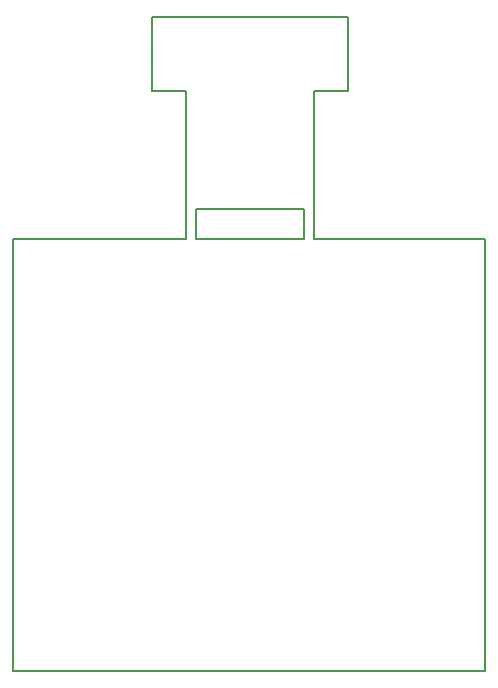
<source format=gbr>
%TF.GenerationSoftware,KiCad,Pcbnew,4.0.7*%
%TF.CreationDate,2019-02-19T19:06:54-06:00*%
%TF.ProjectId,GolfGloveMainBoardV1.0.0,476F6C66476C6F76654D61696E426F61,rev?*%
%TF.FileFunction,Profile,NP*%
%FSLAX46Y46*%
G04 Gerber Fmt 4.6, Leading zero omitted, Abs format (unit mm)*
G04 Created by KiCad (PCBNEW 4.0.7) date 02/19/19 19:06:54*
%MOMM*%
%LPD*%
G01*
G04 APERTURE LIST*
%ADD10C,0.100000*%
%ADD11C,0.150000*%
G04 APERTURE END LIST*
D10*
D11*
X118120000Y-123130000D02*
X118120000Y-125640000D01*
X127220000Y-123130000D02*
X118120000Y-123130000D01*
X127220000Y-125640000D02*
X127220000Y-123130000D01*
X118130000Y-125640000D02*
X127220000Y-125640000D01*
X102580000Y-162200000D02*
X102570000Y-162200000D01*
X102580000Y-125640000D02*
X102580000Y-162200000D01*
X117250000Y-125640000D02*
X102580000Y-125640000D01*
X117250000Y-113080000D02*
X117250000Y-125640000D01*
X114340000Y-113080000D02*
X117250000Y-113080000D01*
X114340000Y-106880000D02*
X114340000Y-113080000D01*
X130990000Y-106880000D02*
X114340000Y-106880000D01*
X130990000Y-113080000D02*
X130990000Y-106880000D01*
X128090000Y-113080000D02*
X130990000Y-113080000D01*
X128090000Y-125650000D02*
X128090000Y-113080000D01*
X142570000Y-125650000D02*
X128090000Y-125650000D01*
X142570000Y-162200000D02*
X142570000Y-125650000D01*
X102580000Y-162200000D02*
X142570000Y-162200000D01*
M02*

</source>
